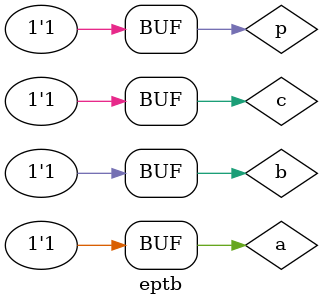
<source format=v>
module eptb;
reg a,b,c,p;
wire e;
op h(.a(a),.b(b),.c(c),.p(p),.e(e));
initial begin
$dumpfile("op.vcd");
$dumpvars;
$monitor($time,"a=%b,b=%b,c=%b,p=%b,e=%b",a,b,c,p,e);
a=0; b=0; c=0; p=0; 
#5 a=0; b=0; c=0; p=0; 
#5 a=0; b=0; c=0; p=1; 
#5 a=0; b=0; c=1; p=0; 
#5 a=0; b=0; c=1; p=1; 
#5 a=0; b=1; c=0; p=0; 
#5 a=0; b=1; c=0; p=1; 
#5 a=0; b=1; c=1; p=0; 
#5 a=0; b=1; c=1; p=1; 
#5 a=1; b=0; c=0; p=0; 
#5 a=1; b=0; c=0; p=1; 
#5 a=1; b=0; c=1; p=0; 
#5 a=1; b=0; c=1; p=1; 
#5 a=1; b=1; c=0; p=0; 
#5 a=1; b=1; c=0; p=1; 
#5 a=1; b=1; c=1; p=0; 
#5 a=1; b=1; c=1; p=1; 


end
endmodule

</source>
